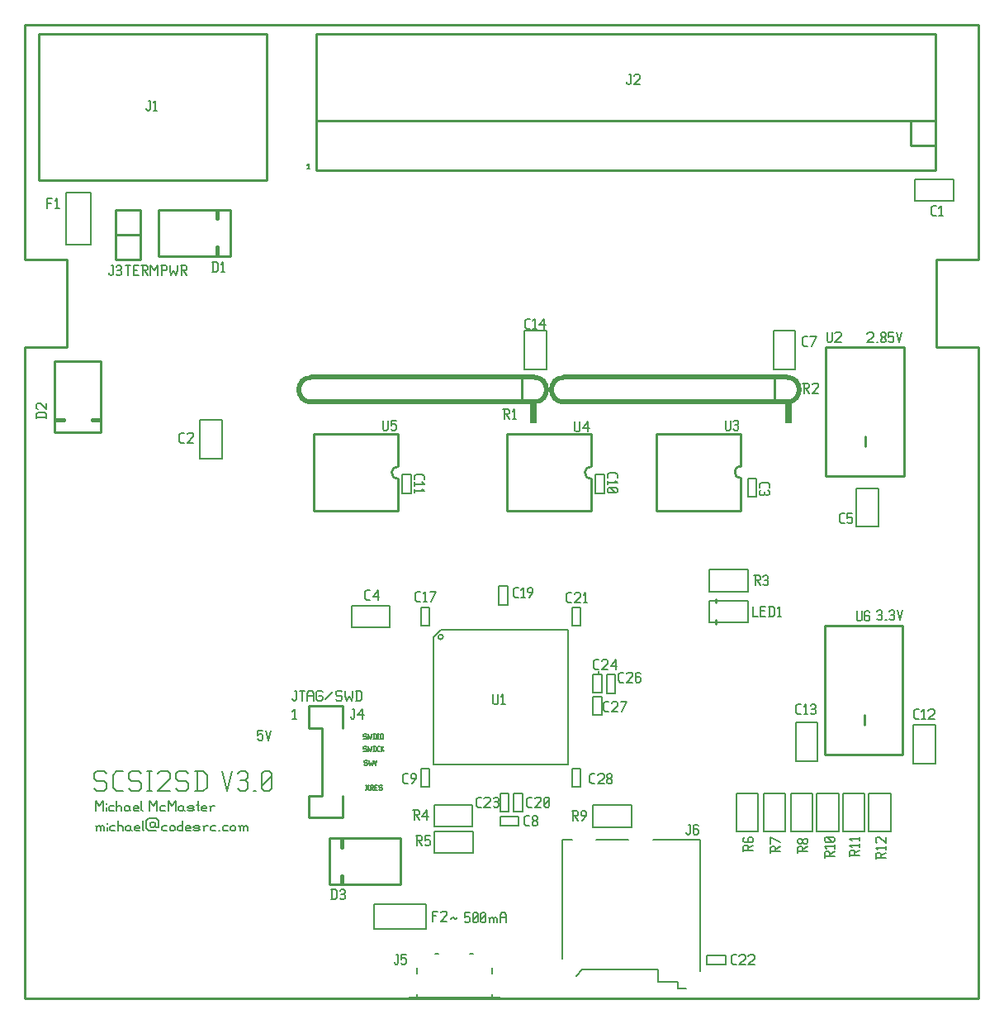
<source format=gto>
G04 start of page 9 for group -4079 idx -4079 *
G04 Title: (unknown), topsilk *
G04 Creator: pcb 20110918 *
G04 CreationDate: Wed 12 Feb 2014 09:37:04 GMT UTC *
G04 For: michael *
G04 Format: Gerber/RS-274X *
G04 PCB-Dimensions: 386000 393500 *
G04 PCB-Coordinate-Origin: lower left *
%MOIN*%
%FSLAX25Y25*%
%LNTOPSILK*%
%ADD103C,0.0200*%
%ADD102C,0.0060*%
%ADD101C,0.0080*%
%ADD100C,0.0100*%
%ADD99C,0.0001*%
G54D99*G36*
X307500Y241000D02*X310000D01*
Y232500D01*
X307500D01*
Y241000D01*
G37*
G36*
X204500Y240500D02*X207000D01*
Y232500D01*
X204500D01*
Y240500D01*
G37*
G54D100*X17500Y298500D02*Y263000D01*
X500D02*X17500D01*
Y298500D02*X500D01*
Y393000D02*X385500D01*
X368500Y263000D02*Y298500D01*
X385500Y393000D02*Y298500D01*
X368500D01*
Y263000D02*X385500D01*
Y500D01*
X279500Y153000D02*Y151500D01*
G54D101*X232000Y131500D02*Y132500D01*
G54D100*X279500Y161500D02*Y160000D01*
X385500Y500D02*X500D01*
Y263000D01*
Y298500D02*Y393000D01*
G54D102*X114500Y336600D02*X114900Y337000D01*
Y335000D01*
X114500D02*X115250D01*
X41000Y296000D02*X43000D01*
X42000D02*Y292000D01*
X44200Y294200D02*X45700D01*
X44200Y292000D02*X46200D01*
X44200Y296000D02*Y292000D01*
Y296000D02*X46200D01*
X47400D02*X49400D01*
X49900Y295500D01*
Y294500D01*
X49400Y294000D02*X49900Y294500D01*
X47900Y294000D02*X49400D01*
X47900Y296000D02*Y292000D01*
X48700Y294000D02*X49900Y292000D01*
X51100Y296000D02*Y292000D01*
Y296000D02*X52600Y294000D01*
X54100Y296000D01*
Y292000D01*
X55800Y296000D02*Y292000D01*
X55300Y296000D02*X57300D01*
X57800Y295500D01*
Y294500D01*
X57300Y294000D02*X57800Y294500D01*
X55800Y294000D02*X57300D01*
X59000Y296000D02*Y294000D01*
X59500Y292000D01*
X60500Y294000D01*
X61500Y292000D01*
X62000Y294000D01*
Y296000D02*Y294000D01*
X63200Y296000D02*X65200D01*
X65700Y295500D01*
Y294500D01*
X65200Y294000D02*X65700Y294500D01*
X63700Y294000D02*X65200D01*
X63700Y296000D02*Y292000D01*
X64500Y294000D02*X65700Y292000D01*
X344500Y156500D02*X345000Y157000D01*
X346000D01*
X346500Y156500D01*
X346000Y153000D02*X346500Y153500D01*
X345000Y153000D02*X346000D01*
X344500Y153500D02*X345000Y153000D01*
Y155200D02*X346000D01*
X346500Y156500D02*Y155700D01*
Y154700D02*Y153500D01*
Y154700D02*X346000Y155200D01*
X346500Y155700D02*X346000Y155200D01*
X347700Y153000D02*X348200D01*
X349400Y156500D02*X349900Y157000D01*
X350900D01*
X351400Y156500D01*
X350900Y153000D02*X351400Y153500D01*
X349900Y153000D02*X350900D01*
X349400Y153500D02*X349900Y153000D01*
Y155200D02*X350900D01*
X351400Y156500D02*Y155700D01*
Y154700D02*Y153500D01*
Y154700D02*X350900Y155200D01*
X351400Y155700D02*X350900Y155200D01*
X352600Y157000D02*X353600Y153000D01*
X354600Y157000D01*
X340500Y268500D02*X341000Y269000D01*
X342500D01*
X343000Y268500D01*
Y267500D01*
X340500Y265000D02*X343000Y267500D01*
X340500Y265000D02*X343000D01*
X344200D02*X344700D01*
X345900Y265500D02*X346400Y265000D01*
X345900Y266300D02*Y265500D01*
Y266300D02*X346600Y267000D01*
X347200D01*
X347900Y266300D01*
Y265500D01*
X347400Y265000D02*X347900Y265500D01*
X346400Y265000D02*X347400D01*
X345900Y267700D02*X346600Y267000D01*
X345900Y268500D02*Y267700D01*
Y268500D02*X346400Y269000D01*
X347400D01*
X347900Y268500D01*
Y267700D01*
X347200Y267000D02*X347900Y267700D01*
X349100Y269000D02*X351100D01*
X349100D02*Y267000D01*
X349600Y267500D01*
X350600D01*
X351100Y267000D01*
Y265500D01*
X350600Y265000D02*X351100Y265500D01*
X349600Y265000D02*X350600D01*
X349100Y265500D02*X349600Y265000D01*
X352300Y269000D02*X353300Y265000D01*
X354300Y269000D01*
X172500Y32500D02*X173000Y33000D01*
X173500D01*
X174000Y32500D01*
X174500D01*
X175000Y33000D01*
X178000Y35000D02*X180000D01*
X178000D02*Y33000D01*
X178500Y33500D01*
X179500D01*
X180000Y33000D01*
Y31500D01*
X179500Y31000D02*X180000Y31500D01*
X178500Y31000D02*X179500D01*
X178000Y31500D02*X178500Y31000D01*
X181200Y31500D02*X181700Y31000D01*
X181200Y34500D02*Y31500D01*
Y34500D02*X181700Y35000D01*
X182700D01*
X183200Y34500D01*
Y31500D01*
X182700Y31000D02*X183200Y31500D01*
X181700Y31000D02*X182700D01*
X181200Y32000D02*X183200Y34000D01*
X184400Y31500D02*X184900Y31000D01*
X184400Y34500D02*Y31500D01*
Y34500D02*X184900Y35000D01*
X185900D01*
X186400Y34500D01*
Y31500D01*
X185900Y31000D02*X186400Y31500D01*
X184900Y31000D02*X185900D01*
X184400Y32000D02*X186400Y34000D01*
X188100Y32500D02*Y31000D01*
Y32500D02*X188600Y33000D01*
X189100D01*
X189600Y32500D01*
Y31000D01*
Y32500D02*X190100Y33000D01*
X190600D01*
X191100Y32500D01*
Y31000D01*
X187600Y33000D02*X188100Y32500D01*
X192300Y34000D02*Y31000D01*
Y34000D02*X193000Y35000D01*
X194100D01*
X194800Y34000D01*
Y31000D01*
X192300Y33000D02*X194800D01*
G54D101*X32500Y92000D02*X33500Y91000D01*
X29500Y92000D02*X32500D01*
X28500Y91000D02*X29500Y92000D01*
X28500Y91000D02*Y89000D01*
X29500Y88000D01*
X32500D01*
X33500Y87000D01*
Y85000D01*
X32500Y84000D02*X33500Y85000D01*
X29500Y84000D02*X32500D01*
X28500Y85000D02*X29500Y84000D01*
X37300D02*X39900D01*
X35900Y85400D02*X37300Y84000D01*
X35900Y90600D02*Y85400D01*
Y90600D02*X37300Y92000D01*
X39900D01*
X46300D02*X47300Y91000D01*
X43300Y92000D02*X46300D01*
X42300Y91000D02*X43300Y92000D01*
X42300Y91000D02*Y89000D01*
X43300Y88000D01*
X46300D01*
X47300Y87000D01*
Y85000D01*
X46300Y84000D02*X47300Y85000D01*
X43300Y84000D02*X46300D01*
X42300Y85000D02*X43300Y84000D01*
X49700Y92000D02*X51700D01*
X50700D02*Y84000D01*
X49700D02*X51700D01*
X54100Y91000D02*X55100Y92000D01*
X58100D01*
X59100Y91000D01*
Y89000D01*
X54100Y84000D02*X59100Y89000D01*
X54100Y84000D02*X59100D01*
X65500Y92000D02*X66500Y91000D01*
X62500Y92000D02*X65500D01*
X61500Y91000D02*X62500Y92000D01*
X61500Y91000D02*Y89000D01*
X62500Y88000D01*
X65500D01*
X66500Y87000D01*
Y85000D01*
X65500Y84000D02*X66500Y85000D01*
X62500Y84000D02*X65500D01*
X61500Y85000D02*X62500Y84000D01*
X69900Y92000D02*Y84000D01*
X72500Y92000D02*X73900Y90600D01*
Y85400D01*
X72500Y84000D02*X73900Y85400D01*
X68900Y84000D02*X72500D01*
X68900Y92000D02*X72500D01*
X79900D02*X81900Y84000D01*
X83900Y92000D01*
X86300Y91000D02*X87300Y92000D01*
X89300D01*
X90300Y91000D01*
X89300Y84000D02*X90300Y85000D01*
X87300Y84000D02*X89300D01*
X86300Y85000D02*X87300Y84000D01*
Y88400D02*X89300D01*
X90300Y91000D02*Y89400D01*
Y87400D02*Y85000D01*
Y87400D02*X89300Y88400D01*
X90300Y89400D02*X89300Y88400D01*
X92700Y84000D02*X93700D01*
X96100Y85000D02*X97100Y84000D01*
X96100Y91000D02*Y85000D01*
Y91000D02*X97100Y92000D01*
X99100D01*
X100100Y91000D01*
Y85000D01*
X99100Y84000D02*X100100Y85000D01*
X97100Y84000D02*X99100D01*
X96100Y86000D02*X100100Y90000D01*
G54D102*X29500Y69500D02*Y68000D01*
Y69500D02*X30000Y70000D01*
X30500D01*
X31000Y69500D01*
Y68000D01*
Y69500D02*X31500Y70000D01*
X32000D01*
X32500Y69500D01*
Y68000D01*
X29000Y70000D02*X29500Y69500D01*
X33700Y71000D02*Y70900D01*
Y69500D02*Y68000D01*
X35200Y70000D02*X36700D01*
X34700Y69500D02*X35200Y70000D01*
X34700Y69500D02*Y68500D01*
X35200Y68000D01*
X36700D01*
X37900Y72000D02*Y68000D01*
Y69500D02*X38400Y70000D01*
X39400D01*
X39900Y69500D01*
Y68000D01*
X42600Y70000D02*X43100Y69500D01*
X41600Y70000D02*X42600D01*
X41100Y69500D02*X41600Y70000D01*
X41100Y69500D02*Y68500D01*
X41600Y68000D01*
X43100Y70000D02*Y68500D01*
X43600Y68000D01*
X41600D02*X42600D01*
X43100Y68500D01*
X45300Y68000D02*X46800D01*
X44800Y68500D02*X45300Y68000D01*
X44800Y69500D02*Y68500D01*
Y69500D02*X45300Y70000D01*
X46300D01*
X46800Y69500D01*
X44800Y69000D02*X46800D01*
Y69500D02*Y69000D01*
X48000Y72000D02*Y68500D01*
X48500Y68000D01*
X49500Y72000D02*Y69000D01*
X50500Y68000D01*
X53500D01*
X54500Y72000D02*Y69500D01*
Y72000D02*X53500Y73000D01*
X50500D02*X53500D01*
X50500D02*X49500Y72000D01*
X51000Y71000D02*Y70000D01*
X51500Y69500D01*
X52500D01*
X53000Y70000D01*
X53500Y69500D01*
X53000Y71500D02*Y70000D01*
Y71000D02*X52500Y71500D01*
X51500D02*X52500D01*
X51500D02*X51000Y71000D01*
X53500Y69500D02*X54500D01*
X56200Y70000D02*X57700D01*
X55700Y69500D02*X56200Y70000D01*
X55700Y69500D02*Y68500D01*
X56200Y68000D01*
X57700D01*
X58900Y69500D02*Y68500D01*
Y69500D02*X59400Y70000D01*
X60400D01*
X60900Y69500D01*
Y68500D01*
X60400Y68000D02*X60900Y68500D01*
X59400Y68000D02*X60400D01*
X58900Y68500D02*X59400Y68000D01*
X64100Y72000D02*Y68000D01*
X63600D02*X64100Y68500D01*
X62600Y68000D02*X63600D01*
X62100Y68500D02*X62600Y68000D01*
X62100Y69500D02*Y68500D01*
Y69500D02*X62600Y70000D01*
X63600D01*
X64100Y69500D01*
X65800Y68000D02*X67300D01*
X65300Y68500D02*X65800Y68000D01*
X65300Y69500D02*Y68500D01*
Y69500D02*X65800Y70000D01*
X66800D01*
X67300Y69500D01*
X65300Y69000D02*X67300D01*
Y69500D02*Y69000D01*
X69000Y68000D02*X70500D01*
X71000Y68500D01*
X70500Y69000D02*X71000Y68500D01*
X69000Y69000D02*X70500D01*
X68500Y69500D02*X69000Y69000D01*
X68500Y69500D02*X69000Y70000D01*
X70500D01*
X71000Y69500D01*
X68500Y68500D02*X69000Y68000D01*
X72700Y69500D02*Y68000D01*
Y69500D02*X73200Y70000D01*
X74200D01*
X72200D02*X72700Y69500D01*
X75900Y70000D02*X77400D01*
X75400Y69500D02*X75900Y70000D01*
X75400Y69500D02*Y68500D01*
X75900Y68000D01*
X77400D01*
X78600D02*X79100D01*
X80800Y70000D02*X82300D01*
X80300Y69500D02*X80800Y70000D01*
X80300Y69500D02*Y68500D01*
X80800Y68000D01*
X82300D01*
X83500Y69500D02*Y68500D01*
Y69500D02*X84000Y70000D01*
X85000D01*
X85500Y69500D01*
Y68500D01*
X85000Y68000D02*X85500Y68500D01*
X84000Y68000D02*X85000D01*
X83500Y68500D02*X84000Y68000D01*
X87200Y69500D02*Y68000D01*
Y69500D02*X87700Y70000D01*
X88200D01*
X88700Y69500D01*
Y68000D01*
Y69500D02*X89200Y70000D01*
X89700D01*
X90200Y69500D01*
Y68000D01*
X86700Y70000D02*X87200Y69500D01*
X29000Y80000D02*Y76000D01*
Y80000D02*X30500Y78000D01*
X32000Y80000D01*
Y76000D01*
X33200Y79000D02*Y78900D01*
Y77500D02*Y76000D01*
X34700Y78000D02*X36200D01*
X34200Y77500D02*X34700Y78000D01*
X34200Y77500D02*Y76500D01*
X34700Y76000D01*
X36200D01*
X37400Y80000D02*Y76000D01*
Y77500D02*X37900Y78000D01*
X38900D01*
X39400Y77500D01*
Y76000D01*
X42100Y78000D02*X42600Y77500D01*
X41100Y78000D02*X42100D01*
X40600Y77500D02*X41100Y78000D01*
X40600Y77500D02*Y76500D01*
X41100Y76000D01*
X42600Y78000D02*Y76500D01*
X43100Y76000D01*
X41100D02*X42100D01*
X42600Y76500D01*
X44800Y76000D02*X46300D01*
X44300Y76500D02*X44800Y76000D01*
X44300Y77500D02*Y76500D01*
Y77500D02*X44800Y78000D01*
X45800D01*
X46300Y77500D01*
X44300Y77000D02*X46300D01*
Y77500D02*Y77000D01*
X47500Y80000D02*Y76500D01*
X48000Y76000D01*
X50800Y80000D02*Y76000D01*
Y80000D02*X52300Y78000D01*
X53800Y80000D01*
Y76000D01*
X55500Y78000D02*X57000D01*
X55000Y77500D02*X55500Y78000D01*
X55000Y77500D02*Y76500D01*
X55500Y76000D01*
X57000D01*
X58200Y80000D02*Y76000D01*
Y80000D02*X59700Y78000D01*
X61200Y80000D01*
Y76000D01*
X63900Y78000D02*X64400Y77500D01*
X62900Y78000D02*X63900D01*
X62400Y77500D02*X62900Y78000D01*
X62400Y77500D02*Y76500D01*
X62900Y76000D01*
X64400Y78000D02*Y76500D01*
X64900Y76000D01*
X62900D02*X63900D01*
X64400Y76500D01*
X66600Y76000D02*X68100D01*
X68600Y76500D01*
X68100Y77000D02*X68600Y76500D01*
X66600Y77000D02*X68100D01*
X66100Y77500D02*X66600Y77000D01*
X66100Y77500D02*X66600Y78000D01*
X68100D01*
X68600Y77500D01*
X66100Y76500D02*X66600Y76000D01*
X70300Y80000D02*Y76500D01*
X70800Y76000D01*
X69800Y78500D02*X70800D01*
X72300Y76000D02*X73800D01*
X71800Y76500D02*X72300Y76000D01*
X71800Y77500D02*Y76500D01*
Y77500D02*X72300Y78000D01*
X73300D01*
X73800Y77500D01*
X71800Y77000D02*X73800D01*
Y77500D02*Y77000D01*
X75500Y77500D02*Y76000D01*
Y77500D02*X76000Y78000D01*
X77000D01*
X75000D02*X75500Y77500D01*
X94500Y108500D02*X96500D01*
X94500D02*Y106500D01*
X95000Y107000D01*
X96000D01*
X96500Y106500D01*
Y105000D01*
X96000Y104500D02*X96500Y105000D01*
X95000Y104500D02*X96000D01*
X94500Y105000D02*X95000Y104500D01*
X97700Y108500D02*X98700Y104500D01*
X99700Y108500D01*
X108500Y116200D02*X109300Y117000D01*
Y113000D01*
X108500D02*X110000D01*
X138000Y107000D02*X138250Y106750D01*
X137250Y107000D02*X138000D01*
X137000Y106750D02*X137250Y107000D01*
X137000Y106750D02*Y106250D01*
X137250Y106000D01*
X138000D01*
X138250Y105750D01*
Y105250D01*
X138000Y105000D02*X138250Y105250D01*
X137250Y105000D02*X138000D01*
X137000Y105250D02*X137250Y105000D01*
X138850Y107000D02*Y106000D01*
X139100Y105000D01*
X139600Y106000D01*
X140100Y105000D01*
X140350Y106000D01*
Y107000D02*Y106000D01*
X141200Y107000D02*Y105000D01*
X141850Y107000D02*X142200Y106650D01*
Y105350D01*
X141850Y105000D02*X142200Y105350D01*
X140950Y105000D02*X141850D01*
X140950Y107000D02*X141850D01*
X142800D02*X143300D01*
X143050D02*Y105000D01*
X142800D02*X143300D01*
X143900Y106750D02*Y105250D01*
Y106750D02*X144150Y107000D01*
X144650D01*
X144900Y106750D01*
Y105250D01*
X144650Y105000D02*X144900Y105250D01*
X144150Y105000D02*X144650D01*
X143900Y105250D02*X144150Y105000D01*
X138000Y102000D02*X138250Y101750D01*
X137250Y102000D02*X138000D01*
X137000Y101750D02*X137250Y102000D01*
X137000Y101750D02*Y101250D01*
X137250Y101000D01*
X138000D01*
X138250Y100750D01*
Y100250D01*
X138000Y100000D02*X138250Y100250D01*
X137250Y100000D02*X138000D01*
X137000Y100250D02*X137250Y100000D01*
X138850Y102000D02*Y101000D01*
X139100Y100000D01*
X139600Y101000D01*
X140100Y100000D01*
X140350Y101000D01*
Y102000D02*Y101000D01*
X141200Y102000D02*Y100000D01*
X141850Y102000D02*X142200Y101650D01*
Y100350D01*
X141850Y100000D02*X142200Y100350D01*
X140950Y100000D02*X141850D01*
X140950Y102000D02*X141850D01*
X143150Y100000D02*X143800D01*
X142800Y100350D02*X143150Y100000D01*
X142800Y101650D02*Y100350D01*
Y101650D02*X143150Y102000D01*
X143800D01*
X144400D02*Y100000D01*
Y101000D02*X145400Y102000D01*
X144400Y101000D02*X145400Y100000D01*
X138000Y84500D02*X139250Y86500D01*
X138000D02*X139250Y84500D01*
X139850Y86500D02*X140850D01*
X141100Y86250D01*
Y85750D01*
X140850Y85500D02*X141100Y85750D01*
X140100Y85500D02*X140850D01*
X140100Y86500D02*Y84500D01*
X140500Y85500D02*X141100Y84500D01*
X141700Y85600D02*X142450D01*
X141700Y84500D02*X142700D01*
X141700Y86500D02*Y84500D01*
Y86500D02*X142700D01*
X144300D02*X144550Y86250D01*
X143550Y86500D02*X144300D01*
X143300Y86250D02*X143550Y86500D01*
X143300Y86250D02*Y85750D01*
X143550Y85500D01*
X144300D01*
X144550Y85250D01*
Y84750D01*
X144300Y84500D02*X144550Y84750D01*
X143550Y84500D02*X144300D01*
X143300Y84750D02*X143550Y84500D01*
X138500Y96500D02*X138750Y96250D01*
X137750Y96500D02*X138500D01*
X137500Y96250D02*X137750Y96500D01*
X137500Y96250D02*Y95750D01*
X137750Y95500D01*
X138500D01*
X138750Y95250D01*
Y94750D01*
X138500Y94500D02*X138750Y94750D01*
X137750Y94500D02*X138500D01*
X137500Y94750D02*X137750Y94500D01*
X139350Y96500D02*Y95500D01*
X139600Y94500D01*
X140100Y95500D01*
X140600Y94500D01*
X140850Y95500D01*
Y96500D02*Y95500D01*
X141450Y96500D02*X141950Y94500D01*
X142450Y96500D01*
X109200Y124500D02*X110000D01*
Y121000D01*
X109500Y120500D02*X110000Y121000D01*
X109000Y120500D02*X109500D01*
X108500Y121000D02*X109000Y120500D01*
X108500Y121500D02*Y121000D01*
X111200Y124500D02*X113200D01*
X112200D02*Y120500D01*
X114400Y123500D02*Y120500D01*
Y123500D02*X115100Y124500D01*
X116200D01*
X116900Y123500D01*
Y120500D01*
X114400Y122500D02*X116900D01*
X120100Y124500D02*X120600Y124000D01*
X118600Y124500D02*X120100D01*
X118100Y124000D02*X118600Y124500D01*
X118100Y124000D02*Y121000D01*
X118600Y120500D01*
X120100D01*
X120600Y121000D01*
Y122000D02*Y121000D01*
X120100Y122500D02*X120600Y122000D01*
X119100Y122500D02*X120100D01*
X121800Y121000D02*X124800Y124000D01*
X128000Y124500D02*X128500Y124000D01*
X126500Y124500D02*X128000D01*
X126000Y124000D02*X126500Y124500D01*
X126000Y124000D02*Y123000D01*
X126500Y122500D01*
X128000D01*
X128500Y122000D01*
Y121000D01*
X128000Y120500D02*X128500Y121000D01*
X126500Y120500D02*X128000D01*
X126000Y121000D02*X126500Y120500D01*
X129700Y124500D02*Y122500D01*
X130200Y120500D01*
X131200Y122500D01*
X132200Y120500D01*
X132700Y122500D01*
Y124500D02*Y122500D01*
X134400Y124500D02*Y120500D01*
X135700Y124500D02*X136400Y123800D01*
Y121200D01*
X135700Y120500D02*X136400Y121200D01*
X133900Y120500D02*X135700D01*
X133900Y124500D02*X135700D01*
G54D101*X359800Y330900D02*Y322100D01*
X375200D01*
Y330900D02*Y322100D01*
X359800Y330900D02*X375200D01*
G54D100*X118000Y354500D02*X368000D01*
X118000D02*Y334500D01*
X368000D01*
Y354500D02*Y334500D01*
X358000Y354500D02*Y344500D01*
X368000D01*
Y389500D02*Y354500D01*
X118000Y389500D02*X368000D01*
X118000D02*Y354500D01*
X117000Y228000D02*X151000D01*
X117000D02*Y197000D01*
X151000D01*
Y228000D02*Y215000D01*
Y210000D02*Y197000D01*
Y215000D02*G75*G03X151000Y210000I0J-2500D01*G01*
G54D101*X202100Y269700D02*X210900D01*
X202100D02*Y254300D01*
X210900D01*
Y269700D02*Y254300D01*
G54D102*X152728Y204291D02*X156271D01*
Y211771D02*Y204291D01*
X152728Y211771D02*X156271D01*
X152728D02*Y204291D01*
G54D100*X6000Y330500D02*X98000D01*
X6000D02*Y389500D01*
X98000D01*
Y330500D01*
G54D101*X71100Y233700D02*X79900D01*
X71100D02*Y218300D01*
X79900D01*
Y233700D02*Y218300D01*
G54D100*X37000Y318500D02*X47000D01*
X37000D02*Y298500D01*
X47000D01*
Y318500D02*Y298500D01*
X37000Y318500D02*Y308500D01*
X47000D01*
X83208Y318646D02*Y299748D01*
X54468Y318646D02*X83208D01*
X54468D02*Y299748D01*
X83208D01*
X78484Y303685D02*Y299748D01*
X77696Y303685D02*X78484D01*
X77696D02*Y300536D01*
X78484Y318646D02*Y314709D01*
X77696D02*X78484D01*
X77696Y317859D02*Y314709D01*
G54D101*X17000Y325500D02*X27000D01*
X17000D02*Y304500D01*
X27000D01*
Y325500D02*Y304500D01*
G54D100*X12248Y228792D02*X31146D01*
Y257532D02*Y228792D01*
X12248Y257532D02*X31146D01*
X12248D02*Y228792D01*
Y233516D02*X16185D01*
Y234304D02*Y233516D01*
X13036Y234304D02*X16185D01*
X27209Y233516D02*X31146D01*
X27209Y234304D02*Y233516D01*
Y234304D02*X30359D01*
G54D103*X116000Y251000D02*X206000D01*
X116000Y241000D02*X206000D01*
G54D100*X201000Y251000D02*Y241000D01*
G54D103*X206000D02*G75*G03X206000Y251000I0J5000D01*G01*
X116000D02*G75*G03X116000Y241000I0J-5000D01*G01*
G54D101*X292200Y160900D02*Y152100D01*
X276800Y160900D02*X292200D01*
X276800D02*Y152100D01*
X292200D01*
G54D100*X255500Y228250D02*X289500D01*
X255500D02*Y197250D01*
X289500D01*
Y228250D02*Y215250D01*
Y210250D02*Y197250D01*
Y215250D02*G75*G03X289500Y210250I0J-2500D01*G01*
G54D101*X292200Y173400D02*Y164600D01*
X276800Y173400D02*X292200D01*
X276800D02*Y164600D01*
X292200D01*
G54D102*X292228Y202728D02*X295771D01*
Y210208D02*Y202728D01*
X292228Y210208D02*X295771D01*
X292228D02*Y202728D01*
G54D101*X336100Y190800D02*X344900D01*
Y206200D02*Y190800D01*
X336100Y206200D02*X344900D01*
X336100D02*Y190800D01*
X302600Y269700D02*X311400D01*
X302600D02*Y254300D01*
X311400D01*
Y269700D02*Y254300D01*
G54D102*X230728Y204291D02*X234271D01*
Y211771D02*Y204291D01*
X230728Y211771D02*X234271D01*
X230728D02*Y204291D01*
G54D100*X195000Y228000D02*X229000D01*
X195000D02*Y197000D01*
X229000D01*
Y228000D02*Y215000D01*
Y210000D02*Y197000D01*
Y215000D02*G75*G03X229000Y210000I0J-2500D01*G01*
G54D103*X218000Y251000D02*X308000D01*
X218000Y241000D02*X308000D01*
G54D100*X303000Y251000D02*Y241000D01*
G54D103*X308000D02*G75*G03X308000Y251000I0J5000D01*G01*
X218000D02*G75*G03X218000Y241000I0J-5000D01*G01*
G54D100*X355250Y263250D02*Y211250D01*
X323750D02*X355250D01*
X323750Y263250D02*Y211250D01*
Y263250D02*X355250D01*
X339750Y227250D02*Y223250D01*
G54D101*X168241Y149159D02*X219659D01*
Y94841D01*
X165341D01*
Y146259D01*
X168241Y149159D01*
X167241Y146259D02*G75*G03X167241Y146259I1000J0D01*G01*
G54D102*X191728Y159228D02*X195271D01*
Y166708D02*Y159228D01*
X191728Y166708D02*X195271D01*
X191728D02*Y159228D01*
X221228Y150728D02*X224771D01*
Y158208D02*Y150728D01*
X221228Y158208D02*X224771D01*
X221228D02*Y150728D01*
Y85791D02*X224771D01*
Y93271D02*Y85791D01*
X221228Y93271D02*X224771D01*
X221228D02*Y85791D01*
X229728Y123728D02*X233271D01*
Y131208D02*Y123728D01*
X229728Y131208D02*X233271D01*
X229728D02*Y123728D01*
X235300Y123656D02*X238843D01*
Y131136D02*Y123656D01*
X235300Y131136D02*X238843D01*
X235300D02*Y123656D01*
X229729Y122272D02*X233272D01*
X229729D02*Y114792D01*
X233272D01*
Y122272D02*Y114792D01*
X160229Y158209D02*X163772D01*
X160229D02*Y150729D01*
X163772D01*
Y158209D02*Y150729D01*
G54D101*X132300Y158900D02*Y150100D01*
X147700D01*
Y158900D02*Y150100D01*
X132300Y158900D02*X147700D01*
G54D102*X160228Y85728D02*X163771D01*
Y93208D02*Y85728D01*
X160228Y93208D02*X163771D01*
X160228D02*Y85728D01*
X192228Y70229D02*Y73772D01*
X199708Y70229D02*X192228D01*
X199708Y73772D02*Y70229D01*
X192228Y73772D02*X199708D01*
X197729Y83209D02*X201272D01*
X197729D02*Y75729D01*
X201272D01*
Y83209D02*Y75729D01*
G54D101*X165800Y67900D02*Y59100D01*
X181200D01*
Y67900D02*Y59100D01*
X165800Y67900D02*X181200D01*
X165739Y78652D02*Y69852D01*
X181139D01*
Y78652D01*
X165739D01*
G54D102*X192229Y83209D02*X195772D01*
X192229D02*Y75729D01*
X195772D01*
Y83209D02*Y75729D01*
G54D100*X114894Y73500D02*X128694D01*
X114894Y118500D02*X128694D01*
Y109406D01*
X128700Y109400D01*
X128600Y82300D02*Y73500D01*
X114900Y118500D02*Y109400D01*
Y82200D02*Y73500D01*
Y109400D02*X120300D01*
Y82200D01*
X114900D02*X120300D01*
G54D102*X275791Y17772D02*Y14229D01*
X283271D01*
Y17772D02*Y14229D01*
X275791Y17772D02*X283271D01*
G54D101*X311600Y96300D02*X320400D01*
Y111700D02*Y96300D01*
X311600Y111700D02*X320400D01*
X311600D02*Y96300D01*
X359100Y95300D02*X367900D01*
Y110700D02*Y95300D01*
X359100Y110700D02*X367900D01*
X359100D02*Y95300D01*
G54D100*X354750Y150750D02*Y98750D01*
X323250D02*X354750D01*
X323250Y150750D02*Y98750D01*
Y150750D02*X354750D01*
X339250Y114750D02*Y110750D01*
G54D101*X341100Y67800D02*X349900D01*
Y83200D02*Y67800D01*
X341100Y83200D02*X349900D01*
X341100D02*Y67800D01*
X330600D02*X339400D01*
Y83200D02*Y67800D01*
X330600Y83200D02*X339400D01*
X330600D02*Y67800D01*
X320100D02*X328900D01*
Y83200D02*Y67800D01*
X320100Y83200D02*X328900D01*
X320100D02*Y67800D01*
X309600D02*X318400D01*
Y83200D02*Y67800D01*
X309600Y83200D02*X318400D01*
X309600D02*Y67800D01*
X298600D02*X307400D01*
Y83200D02*Y67800D01*
X298600Y83200D02*X307400D01*
X298600D02*Y67800D01*
X287600D02*X296400D01*
Y83200D02*Y67800D01*
X287600Y83200D02*X296400D01*
X287600D02*Y67800D01*
G54D102*X155221Y791D02*X192229D01*
X158764D02*Y2169D01*
Y10634D02*Y12799D01*
X188882Y791D02*Y2169D01*
Y10634D02*Y12799D01*
X166047Y18508D02*X167229D01*
X180024D02*X181402D01*
G54D101*X162500Y38500D02*Y28500D01*
X141500Y38500D02*X162500D01*
X141500D02*Y28500D01*
X162500D01*
X245200Y78400D02*Y69600D01*
X229800Y78400D02*X245200D01*
X229800D02*Y69600D01*
X245200D01*
G54D102*X256000Y7000D02*X264000D01*
X256000Y12000D02*Y7000D01*
X225500Y12000D02*X256000D01*
X225500D02*X223000Y9500D01*
X264000Y7000D02*Y4500D01*
X267500D01*
X273000Y64500D02*Y11500D01*
X254000Y64500D02*X273000D01*
X231000D02*X244000D01*
X217500D02*X221500D01*
X217500D02*Y16500D01*
G54D100*X123292Y65252D02*Y46354D01*
X152032D01*
Y65252D01*
X123292D01*
X128016D02*Y61315D01*
X128804D01*
Y64464D01*
X128016Y46354D02*Y50291D01*
X128804D01*
Y47141D01*
G54D102*X294200Y158600D02*Y154600D01*
X296200D01*
X297400Y156800D02*X298900D01*
X297400Y154600D02*X299400D01*
X297400Y158600D02*Y154600D01*
Y158600D02*X299400D01*
X301100D02*Y154600D01*
X302400Y158600D02*X303100Y157900D01*
Y155300D01*
X302400Y154600D02*X303100Y155300D01*
X300600Y154600D02*X302400D01*
X300600Y158600D02*X302400D01*
X304300Y157800D02*X305100Y158600D01*
Y154600D01*
X304300D02*X305800D01*
X329900Y192100D02*X331200D01*
X329200Y192800D02*X329900Y192100D01*
X329200Y195400D02*Y192800D01*
Y195400D02*X329900Y196100D01*
X331200D01*
X332400D02*X334400D01*
X332400D02*Y194100D01*
X332900Y194600D01*
X333900D01*
X334400Y194100D01*
Y192600D01*
X333900Y192100D02*X334400Y192600D01*
X332900Y192100D02*X333900D01*
X332400Y192600D02*X332900Y192100D01*
X294700Y171100D02*X296700D01*
X297200Y170600D01*
Y169600D01*
X296700Y169100D02*X297200Y169600D01*
X295200Y169100D02*X296700D01*
X295200Y171100D02*Y167100D01*
X296000Y169100D02*X297200Y167100D01*
X298400Y170600D02*X298900Y171100D01*
X299900D01*
X300400Y170600D01*
X299900Y167100D02*X300400Y167600D01*
X298900Y167100D02*X299900D01*
X298400Y167600D02*X298900Y167100D01*
Y169300D02*X299900D01*
X300400Y170600D02*Y169800D01*
Y168800D02*Y167600D01*
Y168800D02*X299900Y169300D01*
X300400Y169800D02*X299900Y169300D01*
X296965Y207865D02*Y206565D01*
X297665Y208565D02*X296965Y207865D01*
X297665Y208565D02*X300265D01*
X300965Y207865D01*
Y206565D01*
X300465Y205365D02*X300965Y204865D01*
Y203865D01*
X300465Y203365D01*
X296965Y203865D02*X297465Y203365D01*
X296965Y204865D02*Y203865D01*
X297465Y205365D02*X296965Y204865D01*
X299165D02*Y203865D01*
X299665Y203365D02*X300465D01*
X297465D02*X298665D01*
X299165Y203865D01*
X299665Y203365D02*X299165Y203865D01*
X286266Y14104D02*X287566D01*
X285566Y14804D02*X286266Y14104D01*
X285566Y17404D02*Y14804D01*
Y17404D02*X286266Y18104D01*
X287566D01*
X288766Y17604D02*X289266Y18104D01*
X290766D01*
X291266Y17604D01*
Y16604D01*
X288766Y14104D02*X291266Y16604D01*
X288766Y14104D02*X291266D01*
X292466Y17604D02*X292966Y18104D01*
X294466D01*
X294966Y17604D01*
Y16604D01*
X292466Y14104D02*X294966Y16604D01*
X292466Y14104D02*X294966D01*
X290400Y61700D02*Y59700D01*
Y61700D02*X290900Y62200D01*
X291900D01*
X292400Y61700D02*X291900Y62200D01*
X292400Y61700D02*Y60200D01*
X290400D02*X294400D01*
X292400Y61000D02*X294400Y62200D01*
X290400Y64900D02*X290900Y65400D01*
X290400Y64900D02*Y63900D01*
X290900Y63400D02*X290400Y63900D01*
X290900Y63400D02*X293900D01*
X294400Y63900D01*
X292200Y64900D02*X292700Y65400D01*
X292200Y64900D02*Y63400D01*
X294400Y64900D02*Y63900D01*
Y64900D02*X293900Y65400D01*
X292700D02*X293900D01*
X312400Y115100D02*X313700D01*
X311700Y115800D02*X312400Y115100D01*
X311700Y118400D02*Y115800D01*
Y118400D02*X312400Y119100D01*
X313700D01*
X314900Y118300D02*X315700Y119100D01*
Y115100D01*
X314900D02*X316400D01*
X317600Y118600D02*X318100Y119100D01*
X319100D01*
X319600Y118600D01*
X319100Y115100D02*X319600Y115600D01*
X318100Y115100D02*X319100D01*
X317600Y115600D02*X318100Y115100D01*
Y117300D02*X319100D01*
X319600Y118600D02*Y117800D01*
Y116800D02*Y115600D01*
Y116800D02*X319100Y117300D01*
X319600Y117800D02*X319100Y117300D01*
X359900Y113100D02*X361200D01*
X359200Y113800D02*X359900Y113100D01*
X359200Y116400D02*Y113800D01*
Y116400D02*X359900Y117100D01*
X361200D01*
X362400Y116300D02*X363200Y117100D01*
Y113100D01*
X362400D02*X363900D01*
X365100Y116600D02*X365600Y117100D01*
X367100D01*
X367600Y116600D01*
Y115600D01*
X365100Y113100D02*X367600Y115600D01*
X365100Y113100D02*X367600D01*
X336250Y156750D02*Y153250D01*
X336750Y152750D01*
X337750D01*
X338250Y153250D01*
Y156750D02*Y153250D01*
X340950Y156750D02*X341450Y156250D01*
X339950Y156750D02*X340950D01*
X339450Y156250D02*X339950Y156750D01*
X339450Y156250D02*Y153250D01*
X339950Y152750D01*
X340950Y154950D02*X341450Y154450D01*
X339450Y154950D02*X340950D01*
X339950Y152750D02*X340950D01*
X341450Y153250D01*
Y154450D02*Y153250D01*
X343900Y58700D02*Y56700D01*
Y58700D02*X344400Y59200D01*
X345400D01*
X345900Y58700D02*X345400Y59200D01*
X345900Y58700D02*Y57200D01*
X343900D02*X347900D01*
X345900Y58000D02*X347900Y59200D01*
X344700Y60400D02*X343900Y61200D01*
X347900D01*
Y61900D02*Y60400D01*
X344400Y63100D02*X343900Y63600D01*
Y65100D02*Y63600D01*
Y65100D02*X344400Y65600D01*
X345400D01*
X347900Y63100D02*X345400Y65600D01*
X347900D02*Y63100D01*
X333400Y59700D02*Y57700D01*
Y59700D02*X333900Y60200D01*
X334900D01*
X335400Y59700D02*X334900Y60200D01*
X335400Y59700D02*Y58200D01*
X333400D02*X337400D01*
X335400Y59000D02*X337400Y60200D01*
X334200Y61400D02*X333400Y62200D01*
X337400D01*
Y62900D02*Y61400D01*
X334200Y64100D02*X333400Y64900D01*
X337400D01*
Y65600D02*Y64100D01*
X323217Y59224D02*Y57224D01*
Y59224D02*X323717Y59724D01*
X324717D01*
X325217Y59224D02*X324717Y59724D01*
X325217Y59224D02*Y57724D01*
X323217D02*X327217D01*
X325217Y58524D02*X327217Y59724D01*
X324017Y60924D02*X323217Y61724D01*
X327217D01*
Y62424D02*Y60924D01*
X326717Y63624D02*X327217Y64124D01*
X323717Y63624D02*X326717D01*
X323717D02*X323217Y64124D01*
Y65124D02*Y64124D01*
Y65124D02*X323717Y65624D01*
X326717D01*
X327217Y65124D02*X326717Y65624D01*
X327217Y65124D02*Y64124D01*
X326217Y63624D02*X324217Y65624D01*
X312400Y61200D02*Y59200D01*
Y61200D02*X312900Y61700D01*
X313900D01*
X314400Y61200D02*X313900Y61700D01*
X314400Y61200D02*Y59700D01*
X312400D02*X316400D01*
X314400Y60500D02*X316400Y61700D01*
X315900Y62900D02*X316400Y63400D01*
X315100Y62900D02*X315900D01*
X315100D02*X314400Y63600D01*
Y64200D02*Y63600D01*
Y64200D02*X315100Y64900D01*
X315900D01*
X316400Y64400D02*X315900Y64900D01*
X316400Y64400D02*Y63400D01*
X313700Y62900D02*X314400Y63600D01*
X312900Y62900D02*X313700D01*
X312900D02*X312400Y63400D01*
Y64400D02*Y63400D01*
Y64400D02*X312900Y64900D01*
X313700D01*
X314400Y64200D02*X313700Y64900D01*
X301400Y61200D02*Y59200D01*
Y61200D02*X301900Y61700D01*
X302900D01*
X303400Y61200D02*X302900Y61700D01*
X303400Y61200D02*Y59700D01*
X301400D02*X305400D01*
X303400Y60500D02*X305400Y61700D01*
Y63400D02*X301400Y65400D01*
Y62900D01*
X145000Y233500D02*Y230000D01*
X145500Y229500D01*
X146500D01*
X147000Y230000D01*
Y233500D02*Y230000D01*
X148200Y233500D02*X150200D01*
X148200D02*Y231500D01*
X148700Y232000D01*
X149700D01*
X150200Y231500D01*
Y230000D01*
X149700Y229500D02*X150200Y230000D01*
X148700Y229500D02*X149700D01*
X148200Y230000D02*X148700Y229500D01*
X202900Y270600D02*X204200D01*
X202200Y271300D02*X202900Y270600D01*
X202200Y273900D02*Y271300D01*
Y273900D02*X202900Y274600D01*
X204200D01*
X205400Y273800D02*X206200Y274600D01*
Y270600D01*
X205400D02*X206900D01*
X208100Y272100D02*X210100Y274600D01*
X208100Y272100D02*X210600D01*
X210100Y274600D02*Y270600D01*
X222500Y233000D02*Y229500D01*
X223000Y229000D01*
X224000D01*
X224500Y229500D01*
Y233000D02*Y229500D01*
X225700Y230500D02*X227700Y233000D01*
X225700Y230500D02*X228200D01*
X227700Y233000D02*Y229000D01*
X193500Y238000D02*X195500D01*
X196000Y237500D01*
Y236500D01*
X195500Y236000D02*X196000Y236500D01*
X194000Y236000D02*X195500D01*
X194000Y238000D02*Y234000D01*
X194800Y236000D02*X196000Y234000D01*
X197200Y237200D02*X198000Y238000D01*
Y234000D01*
X197200D02*X198700D01*
X366900Y316100D02*X368200D01*
X366200Y316800D02*X366900Y316100D01*
X366200Y319400D02*Y316800D01*
Y319400D02*X366900Y320100D01*
X368200D01*
X369400Y319300D02*X370200Y320100D01*
Y316100D01*
X369400D02*X370900D01*
X283250Y233500D02*Y230000D01*
X283750Y229500D01*
X284750D01*
X285250Y230000D01*
Y233500D02*Y230000D01*
X286450Y233000D02*X286950Y233500D01*
X287950D01*
X288450Y233000D01*
X287950Y229500D02*X288450Y230000D01*
X286950Y229500D02*X287950D01*
X286450Y230000D02*X286950Y229500D01*
Y231700D02*X287950D01*
X288450Y233000D02*Y232200D01*
Y231200D02*Y230000D01*
Y231200D02*X287950Y231700D01*
X288450Y232200D02*X287950Y231700D01*
X314900Y263600D02*X316200D01*
X314200Y264300D02*X314900Y263600D01*
X314200Y266900D02*Y264300D01*
Y266900D02*X314900Y267600D01*
X316200D01*
X317900Y263600D02*X319900Y267600D01*
X317400D02*X319900D01*
X314500Y248500D02*X316500D01*
X317000Y248000D01*
Y247000D01*
X316500Y246500D02*X317000Y247000D01*
X315000Y246500D02*X316500D01*
X315000Y248500D02*Y244500D01*
X315800Y246500D02*X317000Y244500D01*
X318200Y248000D02*X318700Y248500D01*
X320200D01*
X320700Y248000D01*
Y247000D01*
X318200Y244500D02*X320700Y247000D01*
X318200Y244500D02*X320700D01*
X324250Y269250D02*Y265750D01*
X324750Y265250D01*
X325750D01*
X326250Y265750D01*
Y269250D02*Y265750D01*
X327450Y268750D02*X327950Y269250D01*
X329450D01*
X329950Y268750D01*
Y267750D01*
X327450Y265250D02*X329950Y267750D01*
X327450Y265250D02*X329950D01*
X50200Y362500D02*X51000D01*
Y359000D01*
X50500Y358500D02*X51000Y359000D01*
X50000Y358500D02*X50500D01*
X49500Y359000D02*X50000Y358500D01*
X49500Y359500D02*Y359000D01*
X52200Y361700D02*X53000Y362500D01*
Y358500D01*
X52200D02*X53700D01*
X244200Y373000D02*X245000D01*
Y369500D01*
X244500Y369000D02*X245000Y369500D01*
X244000Y369000D02*X244500D01*
X243500Y369500D02*X244000Y369000D01*
X243500Y370000D02*Y369500D01*
X246200Y372500D02*X246700Y373000D01*
X248200D01*
X248700Y372500D01*
Y371500D01*
X246200Y369000D02*X248700Y371500D01*
X246200Y369000D02*X248700D01*
X63400Y224600D02*X64700D01*
X62700Y225300D02*X63400Y224600D01*
X62700Y227900D02*Y225300D01*
Y227900D02*X63400Y228600D01*
X64700D01*
X65900Y228100D02*X66400Y228600D01*
X67900D01*
X68400Y228100D01*
Y227100D01*
X65900Y224600D02*X68400Y227100D01*
X65900Y224600D02*X68400D01*
X5091Y234910D02*X9091D01*
X5091Y236210D02*X5791Y236910D01*
X8391D01*
X9091Y236210D02*X8391Y236910D01*
X9091Y236210D02*Y234410D01*
X5091Y236210D02*Y234410D01*
X5591Y238110D02*X5091Y238610D01*
Y240110D02*Y238610D01*
Y240110D02*X5591Y240610D01*
X6591D01*
X9091Y238110D02*X6591Y240610D01*
X9091D02*Y238110D01*
X35200Y296000D02*X36000D01*
Y292500D01*
X35500Y292000D02*X36000Y292500D01*
X35000Y292000D02*X35500D01*
X34500Y292500D02*X35000Y292000D01*
X34500Y293000D02*Y292500D01*
X37200Y295500D02*X37700Y296000D01*
X38700D01*
X39200Y295500D01*
X38700Y292000D02*X39200Y292500D01*
X37700Y292000D02*X38700D01*
X37200Y292500D02*X37700Y292000D01*
Y294200D02*X38700D01*
X39200Y295500D02*Y294700D01*
Y293700D02*Y292500D01*
Y293700D02*X38700Y294200D01*
X39200Y294700D02*X38700Y294200D01*
X9500Y323000D02*Y319000D01*
Y323000D02*X11500D01*
X9500Y321200D02*X11000D01*
X12700Y322200D02*X13500Y323000D01*
Y319000D01*
X12700D02*X14200D01*
X76409Y297409D02*Y293409D01*
X77709Y297409D02*X78409Y296709D01*
Y294109D01*
X77709Y293409D02*X78409Y294109D01*
X75909Y293409D02*X77709D01*
X75909Y297409D02*X77709D01*
X79609Y296609D02*X80409Y297409D01*
Y293409D01*
X79609D02*X81109D01*
X157535Y211172D02*Y209872D01*
X158235Y211872D02*X157535Y211172D01*
X158235Y211872D02*X160835D01*
X161535Y211172D01*
Y209872D01*
X160735Y208672D02*X161535Y207872D01*
X157535D02*X161535D01*
X157535Y208672D02*Y207172D01*
X160735Y205972D02*X161535Y205172D01*
X157535D02*X161535D01*
X157535Y205972D02*Y204472D01*
X235535Y211672D02*Y210372D01*
X236235Y212372D02*X235535Y211672D01*
X236235Y212372D02*X238835D01*
X239535Y211672D01*
Y210372D01*
X238735Y209172D02*X239535Y208372D01*
X235535D02*X239535D01*
X235535Y209172D02*Y207672D01*
X236035Y206472D02*X235535Y205972D01*
X236035Y206472D02*X239035D01*
X239535Y205972D01*
Y204972D01*
X239035Y204472D01*
X236035D02*X239035D01*
X235535Y204972D02*X236035Y204472D01*
X235535Y205972D02*Y204972D01*
X236535Y206472D02*X238535Y204472D01*
X189500Y123000D02*Y119500D01*
X190000Y119000D01*
X191000D01*
X191500Y119500D01*
Y123000D02*Y119500D01*
X192700Y122200D02*X193500Y123000D01*
Y119000D01*
X192700D02*X194200D01*
X198265Y162035D02*X199565D01*
X197565Y162735D02*X198265Y162035D01*
X197565Y165335D02*Y162735D01*
Y165335D02*X198265Y166035D01*
X199565D01*
X200765Y165235D02*X201565Y166035D01*
Y162035D01*
X200765D02*X202265D01*
X203965D02*X205465Y164035D01*
Y165535D02*Y164035D01*
X204965Y166035D02*X205465Y165535D01*
X203965Y166035D02*X204965D01*
X203465Y165535D02*X203965Y166035D01*
X203465Y165535D02*Y164535D01*
X203965Y164035D01*
X205465D01*
X219765Y160035D02*X221065D01*
X219065Y160735D02*X219765Y160035D01*
X219065Y163335D02*Y160735D01*
Y163335D02*X219765Y164035D01*
X221065D01*
X222265Y163535D02*X222765Y164035D01*
X224265D01*
X224765Y163535D01*
Y162535D01*
X222265Y160035D02*X224765Y162535D01*
X222265Y160035D02*X224765D01*
X225965Y163235D02*X226765Y164035D01*
Y160035D01*
X225965D02*X227465D01*
X230765Y133035D02*X232065D01*
X230065Y133735D02*X230765Y133035D01*
X230065Y136335D02*Y133735D01*
Y136335D02*X230765Y137035D01*
X232065D01*
X233265Y136535D02*X233765Y137035D01*
X235265D01*
X235765Y136535D01*
Y135535D01*
X233265Y133035D02*X235765Y135535D01*
X233265Y133035D02*X235765D01*
X236965Y134535D02*X238965Y137035D01*
X236965Y134535D02*X239465D01*
X238965Y137035D02*Y133035D01*
X240693Y127963D02*X241993D01*
X239993Y128663D02*X240693Y127963D01*
X239993Y131263D02*Y128663D01*
Y131263D02*X240693Y131963D01*
X241993D01*
X243193Y131463D02*X243693Y131963D01*
X245193D01*
X245693Y131463D01*
Y130463D01*
X243193Y127963D02*X245693Y130463D01*
X243193Y127963D02*X245693D01*
X248393Y131963D02*X248893Y131463D01*
X247393Y131963D02*X248393D01*
X246893Y131463D02*X247393Y131963D01*
X246893Y131463D02*Y128463D01*
X247393Y127963D01*
X248393Y130163D02*X248893Y129663D01*
X246893Y130163D02*X248393D01*
X247393Y127963D02*X248393D01*
X248893Y128463D01*
Y129663D02*Y128463D01*
X234765Y116035D02*X236065D01*
X234065Y116735D02*X234765Y116035D01*
X234065Y119335D02*Y116735D01*
Y119335D02*X234765Y120035D01*
X236065D01*
X237265Y119535D02*X237765Y120035D01*
X239265D01*
X239765Y119535D01*
Y118535D01*
X237265Y116035D02*X239765Y118535D01*
X237265Y116035D02*X239765D01*
X241465D02*X243465Y120035D01*
X240965D02*X243465D01*
X158765Y160472D02*X160065D01*
X158065Y161172D02*X158765Y160472D01*
X158065Y163772D02*Y161172D01*
Y163772D02*X158765Y164472D01*
X160065D01*
X161265Y163672D02*X162065Y164472D01*
Y160472D01*
X161265D02*X162765D01*
X164465D02*X166465Y164472D01*
X163965D02*X166465D01*
X138400Y161100D02*X139700D01*
X137700Y161800D02*X138400Y161100D01*
X137700Y164400D02*Y161800D01*
Y164400D02*X138400Y165100D01*
X139700D01*
X140900Y162600D02*X142900Y165100D01*
X140900Y162600D02*X143400D01*
X142900Y165100D02*Y161100D01*
X132700Y117300D02*X133500D01*
Y113800D01*
X133000Y113300D02*X133500Y113800D01*
X132500Y113300D02*X133000D01*
X132000Y113800D02*X132500Y113300D01*
X132000Y114300D02*Y113800D01*
X134700Y114800D02*X136700Y117300D01*
X134700Y114800D02*X137200D01*
X136700Y117300D02*Y113300D01*
X229202Y87035D02*X230502D01*
X228502Y87735D02*X229202Y87035D01*
X228502Y90335D02*Y87735D01*
Y90335D02*X229202Y91035D01*
X230502D01*
X231702Y90535D02*X232202Y91035D01*
X233702D01*
X234202Y90535D01*
Y89535D01*
X231702Y87035D02*X234202Y89535D01*
X231702Y87035D02*X234202D01*
X235402Y87535D02*X235902Y87035D01*
X235402Y88335D02*Y87535D01*
Y88335D02*X236102Y89035D01*
X236702D01*
X237402Y88335D01*
Y87535D01*
X236902Y87035D02*X237402Y87535D01*
X235902Y87035D02*X236902D01*
X235402Y89735D02*X236102Y89035D01*
X235402Y90535D02*Y89735D01*
Y90535D02*X235902Y91035D01*
X236902D01*
X237402Y90535D01*
Y89735D01*
X236702Y89035D02*X237402Y89735D01*
X202765Y70035D02*X204065D01*
X202065Y70735D02*X202765Y70035D01*
X202065Y73335D02*Y70735D01*
Y73335D02*X202765Y74035D01*
X204065D01*
X205265Y70535D02*X205765Y70035D01*
X205265Y71335D02*Y70535D01*
Y71335D02*X205965Y72035D01*
X206565D01*
X207265Y71335D01*
Y70535D01*
X206765Y70035D02*X207265Y70535D01*
X205765Y70035D02*X206765D01*
X205265Y72735D02*X205965Y72035D01*
X205265Y73535D02*Y72735D01*
Y73535D02*X205765Y74035D01*
X206765D01*
X207265Y73535D01*
Y72735D01*
X206565Y72035D02*X207265Y72735D01*
X203828Y77535D02*X205128D01*
X203128Y78235D02*X203828Y77535D01*
X203128Y80835D02*Y78235D01*
Y80835D02*X203828Y81535D01*
X205128D01*
X206328Y81035D02*X206828Y81535D01*
X208328D01*
X208828Y81035D01*
Y80035D01*
X206328Y77535D02*X208828Y80035D01*
X206328Y77535D02*X208828D01*
X210028Y78035D02*X210528Y77535D01*
X210028Y81035D02*Y78035D01*
Y81035D02*X210528Y81535D01*
X211528D01*
X212028Y81035D01*
Y78035D01*
X211528Y77535D02*X212028Y78035D01*
X210528Y77535D02*X211528D01*
X210028Y78535D02*X212028Y80535D01*
X221200Y76100D02*X223200D01*
X223700Y75600D01*
Y74600D01*
X223200Y74100D02*X223700Y74600D01*
X221700Y74100D02*X223200D01*
X221700Y76100D02*Y72100D01*
X222500Y74100D02*X223700Y72100D01*
X225400D02*X226900Y74100D01*
Y75600D02*Y74100D01*
X226400Y76100D02*X226900Y75600D01*
X225400Y76100D02*X226400D01*
X224900Y75600D02*X225400Y76100D01*
X224900Y75600D02*Y74600D01*
X225400Y74100D01*
X226900D01*
X158200Y66100D02*X160200D01*
X160700Y65600D01*
Y64600D01*
X160200Y64100D02*X160700Y64600D01*
X158700Y64100D02*X160200D01*
X158700Y66100D02*Y62100D01*
X159500Y64100D02*X160700Y62100D01*
X161900Y66100D02*X163900D01*
X161900D02*Y64100D01*
X162400Y64600D01*
X163400D01*
X163900Y64100D01*
Y62600D01*
X163400Y62100D02*X163900Y62600D01*
X162400Y62100D02*X163400D01*
X161900Y62600D02*X162400Y62100D01*
X150288Y18299D02*X151088D01*
Y14799D01*
X150588Y14299D02*X151088Y14799D01*
X150088Y14299D02*X150588D01*
X149588Y14799D02*X150088Y14299D01*
X149588Y15299D02*Y14799D01*
X152288Y18299D02*X154288D01*
X152288D02*Y16299D01*
X152788Y16799D01*
X153788D01*
X154288Y16299D01*
Y14799D01*
X153788Y14299D02*X154288Y14799D01*
X152788Y14299D02*X153788D01*
X152288Y14799D02*X152788Y14299D01*
X165000Y35500D02*Y31500D01*
Y35500D02*X167000D01*
X165000Y33700D02*X166500D01*
X168200Y35000D02*X168700Y35500D01*
X170200D01*
X170700Y35000D01*
Y34000D01*
X168200Y31500D02*X170700Y34000D01*
X168200Y31500D02*X170700D01*
X153765Y87035D02*X155065D01*
X153065Y87735D02*X153765Y87035D01*
X153065Y90335D02*Y87735D01*
Y90335D02*X153765Y91035D01*
X155065D01*
X156765Y87035D02*X158265Y89035D01*
Y90535D02*Y89035D01*
X157765Y91035D02*X158265Y90535D01*
X156765Y91035D02*X157765D01*
X156265Y90535D02*X156765Y91035D01*
X156265Y90535D02*Y89535D01*
X156765Y89035D01*
X158265D01*
X157139Y76352D02*X159139D01*
X159639Y75852D01*
Y74852D01*
X159139Y74352D02*X159639Y74852D01*
X157639Y74352D02*X159139D01*
X157639Y76352D02*Y72352D01*
X158439Y74352D02*X159639Y72352D01*
X160839Y73852D02*X162839Y76352D01*
X160839Y73852D02*X163339D01*
X162839Y76352D02*Y72352D01*
X183328Y77535D02*X184628D01*
X182628Y78235D02*X183328Y77535D01*
X182628Y80835D02*Y78235D01*
Y80835D02*X183328Y81535D01*
X184628D01*
X185828Y81035D02*X186328Y81535D01*
X187828D01*
X188328Y81035D01*
Y80035D01*
X185828Y77535D02*X188328Y80035D01*
X185828Y77535D02*X188328D01*
X189528Y81035D02*X190028Y81535D01*
X191028D01*
X191528Y81035D01*
X191028Y77535D02*X191528Y78035D01*
X190028Y77535D02*X191028D01*
X189528Y78035D02*X190028Y77535D01*
Y79735D02*X191028D01*
X191528Y81035D02*Y80235D01*
Y79235D02*Y78035D01*
Y79235D02*X191028Y79735D01*
X191528Y80235D02*X191028Y79735D01*
X268200Y70500D02*X269000D01*
Y67000D01*
X268500Y66500D02*X269000Y67000D01*
X268000Y66500D02*X268500D01*
X267500Y67000D02*X268000Y66500D01*
X267500Y67500D02*Y67000D01*
X271700Y70500D02*X272200Y70000D01*
X270700Y70500D02*X271700D01*
X270200Y70000D02*X270700Y70500D01*
X270200Y70000D02*Y67000D01*
X270700Y66500D01*
X271700Y68700D02*X272200Y68200D01*
X270200Y68700D02*X271700D01*
X270700Y66500D02*X271700D01*
X272200Y67000D01*
Y68200D02*Y67000D01*
X124410Y44409D02*Y40409D01*
X125710Y44409D02*X126410Y43709D01*
Y41109D01*
X125710Y40409D02*X126410Y41109D01*
X123910Y40409D02*X125710D01*
X123910Y44409D02*X125710D01*
X127610Y43909D02*X128110Y44409D01*
X129110D01*
X129610Y43909D01*
X129110Y40409D02*X129610Y40909D01*
X128110Y40409D02*X129110D01*
X127610Y40909D02*X128110Y40409D01*
Y42609D02*X129110D01*
X129610Y43909D02*Y43109D01*
Y42109D02*Y40909D01*
Y42109D02*X129110Y42609D01*
X129610Y43109D02*X129110Y42609D01*
M02*

</source>
